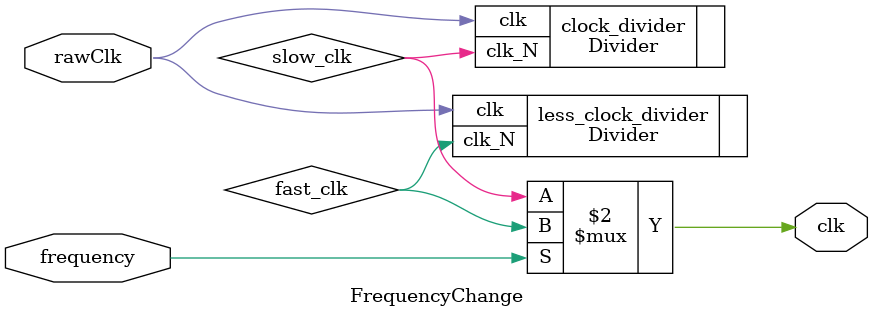
<source format=v>
`timescale 1ns / 1ps


module FrequencyChange (
        input rawClk,
        input frequency,
        output clk
    );
    wire slow_clk;
    wire fast_clk;

    Divider #(10)less_clock_divider(.clk(rawClk), .clk_N(fast_clk));

    Divider #(1000000)clock_divider(.clk(rawClk), .clk_N(slow_clk));

    assign clk = frequency == 1 ? fast_clk : slow_clk;

endmodule

</source>
